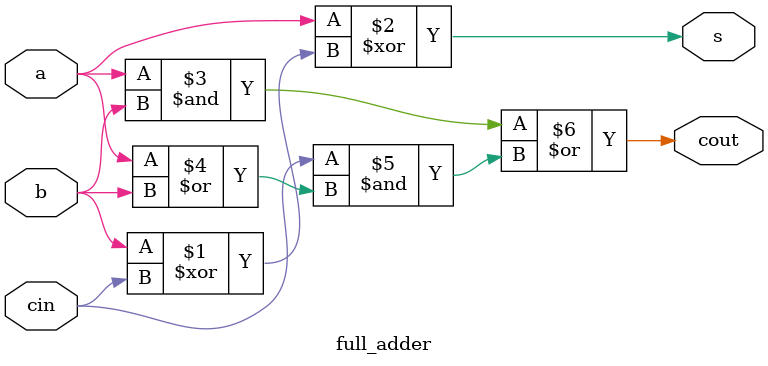
<source format=v>
module full_adder
(
input a,b,cin,
output s,cout);

assign s = a ^ (b^cin);
assign cout = (a & b) | (cin & (a | b));
endmodule

</source>
